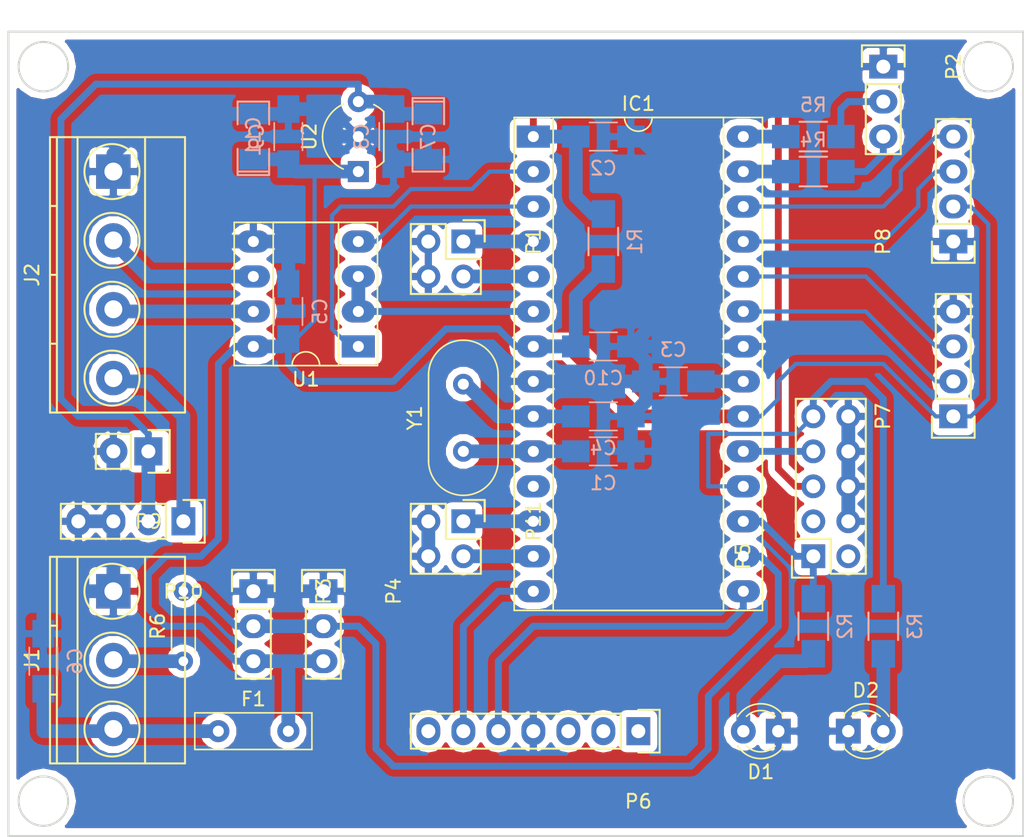
<source format=kicad_pcb>
(kicad_pcb (version 4) (host pcbnew 4.0.5)
  (layers (0 F.Cu signal) (31 B.Cu signal) (34 B.Paste user) (35 F.Paste user) (36 B.SilkS user) (37 F.SilkS user) (38 B.Mask user) (39 F.Mask user) (44 Edge.Cuts user))
  (net 0 "")
  (net 1 "Net-(C1-Pad1)")
  (net 2 GND)
  (net 3 /Reset)
  (net 4 "Net-(C3-Pad1)")
  (net 5 "Net-(C4-Pad1)")
  (net 6 +5V)
  (net 7 "Net-(C6-Pad1)")
  (net 8 +12V)
  (net 9 "Net-(D1-Pad2)")
  (net 10 "Net-(D2-Pad2)")
  (net 11 /OutB)
  (net 12 /Rx)
  (net 13 /1Wire)
  (net 14 /Tx)
  (net 15 /IO_Led)
  (net 16 "Net-(IC1-Pad4)")
  (net 17 /Fail_Led)
  (net 18 "Net-(IC1-Pad5)")
  (net 19 /SCK)
  (net 20 /TxE)
  (net 21 /Ai_Hall_A)
  (net 22 /Ai_Hall_B)
  (net 23 "Net-(IC1-Pad11)")
  (net 24 /Ai_I_Sense)
  (net 25 "Net-(IC1-Pad12)")
  (net 26 /Ai_Ext)
  (net 27 "Net-(IC1-Pad13)")
  (net 28 /LocalOpen)
  (net 29 /OutA)
  (net 30 /LocalClose)
  (net 31 "Net-(J1-Pad2)")
  (net 32 +24V)
  (net 33 "Net-(J2-Pad3)")
  (net 34 "Net-(J2-Pad2)")
  (net 35 "Net-(P2-Pad2)")
  (net 36 "Net-(P2-Pad3)")
  (net 37 "Net-(P5-Pad2)")
  (net 38 "Net-(P5-Pad3)")
  (net 39 "Net-(P6-Pad1)")
  (net 40 "Net-(P6-Pad2)")
  (net 41 "Net-(P6-Pad3)")
  (net 42 "Net-(P6-Pad7)")
  (module Capacitors_SMD:C_1206_HandSoldering (layer B.Cu) (at 238.76 116.84)
    (fp_text reference C1 (at 0 2.3) (layer B.SilkS) (effects (justify mirror)))
    (fp_text value 18pF)
    (pad 1 smd rect (at -2 0) (size 2 1.6) (layers B.Cu B.Paste B.Mask) (net 1 "Net-(C1-Pad1)"))
    (pad 2 smd rect (at 2 0) (size 2 1.6) (layers B.Cu B.Paste B.Mask) (net 2 GND))
  )
  (module Capacitors_SMD:C_1206_HandSoldering (layer B.Cu) (at 238.76 93.98)
    (fp_text reference C2 (at 0 2.3) (layer B.SilkS) (effects (justify mirror)))
    (fp_text value 1,0)
    (pad 1 smd rect (at -2 0) (size 2 1.6) (layers B.Cu B.Paste B.Mask) (net 3 /Reset))
    (pad 2 smd rect (at 2 0) (size 2 1.6) (layers B.Cu B.Paste B.Mask) (net 2 GND))
  )
  (module Capacitors_SMD:C_1206_HandSoldering (layer B.Cu) (at 243.84 111.76 180)
    (fp_text reference C3 (at 0 2.3 180) (layer B.SilkS) (effects (justify mirror)))
    (fp_text value 1,0)
    (pad 1 smd rect (at -2 0 180) (size 2 1.6) (layers B.Cu B.Paste B.Mask) (net 4 "Net-(C3-Pad1)"))
    (pad 2 smd rect (at 2 0 180) (size 2 1.6) (layers B.Cu B.Paste B.Mask) (net 2 GND))
  )
  (module Capacitors_SMD:C_1206_HandSoldering (layer B.Cu) (at 238.76 114.3)
    (fp_text reference C4 (at 0 2.3) (layer B.SilkS) (effects (justify mirror)))
    (fp_text value 18pF)
    (pad 1 smd rect (at -2 0) (size 2 1.6) (layers B.Cu B.Paste B.Mask) (net 5 "Net-(C4-Pad1)"))
    (pad 2 smd rect (at 2 0) (size 2 1.6) (layers B.Cu B.Paste B.Mask) (net 2 GND))
  )
  (module Capacitors_SMD:C_1206_HandSoldering (layer B.Cu) (at 215.9 106.68 90)
    (fp_text reference C5 (at 0 2.3 90) (layer B.SilkS) (effects (justify mirror)))
    (fp_text value 0,1)
    (pad 1 smd rect (at -2 0 90) (size 2 1.6) (layers B.Cu B.Paste B.Mask) (net 6 +5V))
    (pad 2 smd rect (at 2 0 90) (size 2 1.6) (layers B.Cu B.Paste B.Mask) (net 2 GND))
  )
  (module Capacitors_SMD:C_1206_HandSoldering (layer B.Cu) (at 198.12 132.08 90)
    (fp_text reference C6 (at 0 2.3 90) (layer B.SilkS) (effects (justify mirror)))
    (fp_text value 0,1)
    (pad 1 smd rect (at -2 0 90) (size 2 1.6) (layers B.Cu B.Paste B.Mask) (net 7 "Net-(C6-Pad1)"))
    (pad 2 smd rect (at 2 0 90) (size 2 1.6) (layers B.Cu B.Paste B.Mask) (net 2 GND))
  )
  (module SMD_Packages:SMD-1206_Pol (layer B.Cu) (at 226.06 93.98 270)
    (fp_text reference C7 (at 0 0 270) (layer B.SilkS) (effects (justify mirror)))
    (fp_text value 10,0)
    (pad 1 smd rect (at -1.651 0 270) (size 1.524 2.032) (layers B.Cu B.Paste B.Mask) (net 8 +12V))
    (pad 2 smd rect (at 1.651 0 270) (size 1.524 2.032) (layers B.Cu B.Paste B.Mask) (net 2 GND))
  )
  (module Capacitors_SMD:C_1206_HandSoldering (layer B.Cu) (at 223.52 93.98 270)
    (fp_text reference C8 (at 0 2.3 270) (layer B.SilkS) (effects (justify mirror)))
    (fp_text value 0,1)
    (pad 1 smd rect (at -2 0 270) (size 2 1.6) (layers B.Cu B.Paste B.Mask) (net 8 +12V))
    (pad 2 smd rect (at 2 0 270) (size 2 1.6) (layers B.Cu B.Paste B.Mask) (net 2 GND))
  )
  (module Capacitors_SMD:C_1206_HandSoldering (layer B.Cu) (at 215.9 93.98 270)
    (fp_text reference C9 (at 0 2.3 270) (layer B.SilkS) (effects (justify mirror)))
    (fp_text value 0,1)
    (pad 1 smd rect (at -2 0 270) (size 2 1.6) (layers B.Cu B.Paste B.Mask) (net 2 GND))
    (pad 2 smd rect (at 2 0 270) (size 2 1.6) (layers B.Cu B.Paste B.Mask) (net 6 +5V))
  )
  (module Capacitors_SMD:C_1206_HandSoldering (layer B.Cu) (at 238.76 109.22)
    (fp_text reference C10 (at 0 2.3) (layer B.SilkS) (effects (justify mirror)))
    (fp_text value 0,1)
    (pad 1 smd rect (at -2 0) (size 2 1.6) (layers B.Cu B.Paste B.Mask) (net 6 +5V))
    (pad 2 smd rect (at 2 0) (size 2 1.6) (layers B.Cu B.Paste B.Mask) (net 2 GND))
  )
  (module SMD_Packages:SMD-1206_Pol (layer B.Cu) (at 213.36 93.98 90)
    (fp_text reference C11 (at 0 0 90) (layer B.SilkS) (effects (justify mirror)))
    (fp_text value 10,0)
    (pad 1 smd rect (at -1.651 0 90) (size 1.524 2.032) (layers B.Cu B.Paste B.Mask) (net 6 +5V))
    (pad 2 smd rect (at 1.651 0 90) (size 1.524 2.032) (layers B.Cu B.Paste B.Mask) (net 2 GND))
  )
  (module LEDs:LED_D3.0mm (layer F.Cu) (at 251.46 137.16 180)
    (fp_text reference D1 (at 1.27 -2.96 180) (layer F.SilkS))
    (fp_text value LED)
    (pad 1 thru_hole rect (at 0 0 180) (size 1.8 1.8) (drill 0.9) (layers *.Cu *.Mask) (net 2 GND))
    (pad 2 thru_hole circle (at 2.54 0 180) (size 1.8 1.8) (drill 0.9) (layers *.Cu *.Mask) (net 9 "Net-(D1-Pad2)"))
  )
  (module LEDs:LED_D3.0mm (layer F.Cu) (at 256.54 137.16)
    (fp_text reference D2 (at 1.27 -2.96) (layer F.SilkS))
    (fp_text value LED)
    (pad 1 thru_hole rect (at 0 0) (size 1.8 1.8) (drill 0.9) (layers *.Cu *.Mask) (net 2 GND))
    (pad 2 thru_hole circle (at 2.54 0) (size 1.8 1.8) (drill 0.9) (layers *.Cu *.Mask) (net 10 "Net-(D2-Pad2)"))
  )
  (module Resistors_THT:R_Box_L8.4mm_W2.5mm_P5.08mm (layer F.Cu) (at 210.82 137.16)
    (fp_text reference F1 (at 2.54 -2.33) (layer F.SilkS))
    (fp_text value 0,1a)
    (pad 1 thru_hole circle (at 0 0) (size 1.6 1.6) (drill 0.8) (layers *.Cu *.Mask) (net 7 "Net-(C6-Pad1)"))
    (pad 2 thru_hole circle (at 5.08 0) (size 1.6 1.6) (drill 0.8) (layers *.Cu *.Mask) (net 6 +5V))
  )
  (module Housings_DIP:DIP-28_W15.24mm_Socket_LongPads (layer F.Cu) (at 233.68 93.98)
    (fp_text reference IC1 (at 7.62 -2.39) (layer F.SilkS))
    (fp_text value ATMEGA8-P)
    (pad 1 thru_hole rect (at 0 0) (size 2.4 1.6) (drill 0.8) (layers *.Cu *.Mask) (net 3 /Reset))
    (pad 15 thru_hole oval (at 15.24 33.02) (size 2.4 1.6) (drill 0.8) (layers *.Cu *.Mask) (net 11 /OutB))
    (pad 2 thru_hole oval (at 0 2.54) (size 2.4 1.6) (drill 0.8) (layers *.Cu *.Mask) (net 12 /Rx))
    (pad 16 thru_hole oval (at 15.24 30.48) (size 2.4 1.6) (drill 0.8) (layers *.Cu *.Mask) (net 13 /1Wire))
    (pad 3 thru_hole oval (at 0 5.08) (size 2.4 1.6) (drill 0.8) (layers *.Cu *.Mask) (net 14 /Tx))
    (pad 17 thru_hole oval (at 15.24 27.94) (size 2.4 1.6) (drill 0.8) (layers *.Cu *.Mask) (net 15 /IO_Led))
    (pad 4 thru_hole oval (at 0 7.62) (size 2.4 1.6) (drill 0.8) (layers *.Cu *.Mask) (net 16 "Net-(IC1-Pad4)"))
    (pad 18 thru_hole oval (at 15.24 25.4) (size 2.4 1.6) (drill 0.8) (layers *.Cu *.Mask) (net 17 /Fail_Led))
    (pad 5 thru_hole oval (at 0 10.16) (size 2.4 1.6) (drill 0.8) (layers *.Cu *.Mask) (net 18 "Net-(IC1-Pad5)"))
    (pad 19 thru_hole oval (at 15.24 22.86) (size 2.4 1.6) (drill 0.8) (layers *.Cu *.Mask) (net 19 /SCK))
    (pad 6 thru_hole oval (at 0 12.7) (size 2.4 1.6) (drill 0.8) (layers *.Cu *.Mask) (net 20 /TxE))
    (pad 20 thru_hole oval (at 15.24 20.32) (size 2.4 1.6) (drill 0.8) (layers *.Cu *.Mask) (net 6 +5V))
    (pad 7 thru_hole oval (at 0 15.24) (size 2.4 1.6) (drill 0.8) (layers *.Cu *.Mask) (net 6 +5V))
    (pad 21 thru_hole oval (at 15.24 17.78) (size 2.4 1.6) (drill 0.8) (layers *.Cu *.Mask) (net 4 "Net-(C3-Pad1)"))
    (pad 8 thru_hole oval (at 0 17.78) (size 2.4 1.6) (drill 0.8) (layers *.Cu *.Mask) (net 2 GND))
    (pad 22 thru_hole oval (at 15.24 15.24) (size 2.4 1.6) (drill 0.8) (layers *.Cu *.Mask) (net 2 GND))
    (pad 9 thru_hole oval (at 0 20.32) (size 2.4 1.6) (drill 0.8) (layers *.Cu *.Mask) (net 5 "Net-(C4-Pad1)"))
    (pad 23 thru_hole oval (at 15.24 12.7) (size 2.4 1.6) (drill 0.8) (layers *.Cu *.Mask) (net 21 /Ai_Hall_A))
    (pad 10 thru_hole oval (at 0 22.86) (size 2.4 1.6) (drill 0.8) (layers *.Cu *.Mask) (net 1 "Net-(C1-Pad1)"))
    (pad 24 thru_hole oval (at 15.24 10.16) (size 2.4 1.6) (drill 0.8) (layers *.Cu *.Mask) (net 22 /Ai_Hall_B))
    (pad 11 thru_hole oval (at 0 25.4) (size 2.4 1.6) (drill 0.8) (layers *.Cu *.Mask) (net 23 "Net-(IC1-Pad11)"))
    (pad 25 thru_hole oval (at 15.24 7.62) (size 2.4 1.6) (drill 0.8) (layers *.Cu *.Mask) (net 24 /Ai_I_Sense))
    (pad 12 thru_hole oval (at 0 27.94) (size 2.4 1.6) (drill 0.8) (layers *.Cu *.Mask) (net 25 "Net-(IC1-Pad12)"))
    (pad 26 thru_hole oval (at 15.24 5.08) (size 2.4 1.6) (drill 0.8) (layers *.Cu *.Mask) (net 26 /Ai_Ext))
    (pad 13 thru_hole oval (at 0 30.48) (size 2.4 1.6) (drill 0.8) (layers *.Cu *.Mask) (net 27 "Net-(IC1-Pad13)"))
    (pad 27 thru_hole oval (at 15.24 2.54) (size 2.4 1.6) (drill 0.8) (layers *.Cu *.Mask) (net 28 /LocalOpen))
    (pad 14 thru_hole oval (at 0 33.02) (size 2.4 1.6) (drill 0.8) (layers *.Cu *.Mask) (net 29 /OutA))
    (pad 28 thru_hole oval (at 15.24 0) (size 2.4 1.6) (drill 0.8) (layers *.Cu *.Mask) (net 30 /LocalClose))
  )
  (module Connectors_Terminal_Blocks:TerminalBlock_Pheonix_MKDS1.5-3pol (layer F.Cu) (at 203.2 127 270)
    (fp_text reference J1 (at 5 5.9 270) (layer F.SilkS))
    (fp_text value 1Wire)
    (pad 3 thru_hole circle (at 10 0 270) (size 2.5 2.5) (drill 1.3) (layers *.Cu *.Mask) (net 7 "Net-(C6-Pad1)"))
    (pad 1 thru_hole rect (at 0 0 270) (size 2.5 2.5) (drill 1.3) (layers *.Cu *.Mask) (net 2 GND))
    (pad 2 thru_hole circle (at 5 0 270) (size 2.5 2.5) (drill 1.3) (layers *.Cu *.Mask) (net 31 "Net-(J1-Pad2)"))
  )
  (module Connectors_Terminal_Blocks:TerminalBlock_Pheonix_MKDS1.5-4pol (layer F.Cu) (at 203.2 96.52 270)
    (fp_text reference J2 (at 7.5 5.9 270) (layer F.SilkS))
    (fp_text value RS485)
    (pad 4 thru_hole circle (at 15 0 270) (size 2.5 2.5) (drill 1.3) (layers *.Cu *.Mask) (net 32 +24V))
    (pad 3 thru_hole circle (at 10 0 270) (size 2.5 2.5) (drill 1.3) (layers *.Cu *.Mask) (net 33 "Net-(J2-Pad3)"))
    (pad 1 thru_hole rect (at 0 0 270) (size 2.5 2.5) (drill 1.3) (layers *.Cu *.Mask) (net 2 GND))
    (pad 2 thru_hole circle (at 5 0 270) (size 2.5 2.5) (drill 1.3) (layers *.Cu *.Mask) (net 34 "Net-(J2-Pad2)"))
  )
  (module Socket_Strips:Socket_Strip_Straight_1x03 (layer F.Cu) (at 259.08 88.9 270)
    (fp_text reference P2 (at 0 -5.1 270) (layer F.SilkS))
    (fp_text value LocalControl)
    (pad 1 thru_hole rect (at 0 0 270) (size 1.7272 2.032) (drill 1.016) (layers *.Cu *.Mask) (net 2 GND))
    (pad 2 thru_hole oval (at 2.54 0 270) (size 1.7272 2.032) (drill 1.016) (layers *.Cu *.Mask) (net 35 "Net-(P2-Pad2)"))
    (pad 3 thru_hole oval (at 5.08 0 270) (size 1.7272 2.032) (drill 1.016) (layers *.Cu *.Mask) (net 36 "Net-(P2-Pad3)"))
  )
  (module Socket_Strips:Socket_Strip_Straight_1x03 (layer F.Cu) (at 213.36 127 270)
    (fp_text reference P3 (at 0 -5.1 270) (layer F.SilkS))
    (fp_text value DS2401)
    (pad 1 thru_hole rect (at 0 0 270) (size 1.7272 2.032) (drill 1.016) (layers *.Cu *.Mask) (net 2 GND))
    (pad 2 thru_hole oval (at 2.54 0 270) (size 1.7272 2.032) (drill 1.016) (layers *.Cu *.Mask) (net 13 /1Wire))
    (pad 3 thru_hole oval (at 5.08 0 270) (size 1.7272 2.032) (drill 1.016) (layers *.Cu *.Mask) (net 6 +5V))
  )
  (module Socket_Strips:Socket_Strip_Straight_1x03 (layer F.Cu) (at 218.44 127 270)
    (fp_text reference P4 (at 0 -5.1 270) (layer F.SilkS))
    (fp_text value DS18B20)
    (pad 1 thru_hole rect (at 0 0 270) (size 1.7272 2.032) (drill 1.016) (layers *.Cu *.Mask) (net 2 GND))
    (pad 2 thru_hole oval (at 2.54 0 270) (size 1.7272 2.032) (drill 1.016) (layers *.Cu *.Mask) (net 13 /1Wire))
    (pad 3 thru_hole oval (at 5.08 0 270) (size 1.7272 2.032) (drill 1.016) (layers *.Cu *.Mask) (net 6 +5V))
  )
  (module Socket_Strips:Socket_Strip_Straight_2x05 (layer F.Cu) (at 254 124.46 90)
    (fp_text reference P5 (at 0 -5.1 90) (layer F.SilkS))
    (fp_text value ISP)
    (pad 1 thru_hole rect (at 0 0 90) (size 1.7272 1.7272) (drill 1.016) (layers *.Cu *.Mask) (net 15 /IO_Led))
    (pad 2 thru_hole oval (at 0 2.54 90) (size 1.7272 1.7272) (drill 1.016) (layers *.Cu *.Mask) (net 37 "Net-(P5-Pad2)"))
    (pad 3 thru_hole oval (at 2.54 0 90) (size 1.7272 1.7272) (drill 1.016) (layers *.Cu *.Mask) (net 38 "Net-(P5-Pad3)"))
    (pad 4 thru_hole oval (at 2.54 2.54 90) (size 1.7272 1.7272) (drill 1.016) (layers *.Cu *.Mask) (net 2 GND))
    (pad 5 thru_hole oval (at 5.08 0 90) (size 1.7272 1.7272) (drill 1.016) (layers *.Cu *.Mask) (net 3 /Reset))
    (pad 6 thru_hole oval (at 5.08 2.54 90) (size 1.7272 1.7272) (drill 1.016) (layers *.Cu *.Mask) (net 2 GND))
    (pad 7 thru_hole oval (at 7.62 0 90) (size 1.7272 1.7272) (drill 1.016) (layers *.Cu *.Mask) (net 19 /SCK))
    (pad 8 thru_hole oval (at 7.62 2.54 90) (size 1.7272 1.7272) (drill 1.016) (layers *.Cu *.Mask) (net 2 GND))
    (pad 9 thru_hole oval (at 10.16 0 90) (size 1.7272 1.7272) (drill 1.016) (layers *.Cu *.Mask) (net 17 /Fail_Led))
    (pad 10 thru_hole oval (at 10.16 2.54 90) (size 1.7272 1.7272) (drill 1.016) (layers *.Cu *.Mask) (net 2 GND))
  )
  (module Socket_Strips:Socket_Strip_Straight_1x07 (layer F.Cu) (at 241.3 137.16 180)
    (fp_text reference P6 (at 0 -5.1 180) (layer F.SilkS))
    (fp_text value MotorControl)
    (pad 1 thru_hole rect (at 0 0 180) (size 1.7272 2.032) (drill 1.016) (layers *.Cu *.Mask) (net 39 "Net-(P6-Pad1)"))
    (pad 2 thru_hole oval (at 2.54 0 180) (size 1.7272 2.032) (drill 1.016) (layers *.Cu *.Mask) (net 40 "Net-(P6-Pad2)"))
    (pad 3 thru_hole oval (at 5.08 0 180) (size 1.7272 2.032) (drill 1.016) (layers *.Cu *.Mask) (net 41 "Net-(P6-Pad3)"))
    (pad 4 thru_hole oval (at 7.62 0 180) (size 1.7272 2.032) (drill 1.016) (layers *.Cu *.Mask) (net 2 GND))
    (pad 5 thru_hole oval (at 10.16 0 180) (size 1.7272 2.032) (drill 1.016) (layers *.Cu *.Mask) (net 11 /OutB))
    (pad 6 thru_hole oval (at 12.7 0 180) (size 1.7272 2.032) (drill 1.016) (layers *.Cu *.Mask) (net 29 /OutA))
    (pad 7 thru_hole oval (at 15.24 0 180) (size 1.7272 2.032) (drill 1.016) (layers *.Cu *.Mask) (net 42 "Net-(P6-Pad7)"))
  )
  (module Socket_Strips:Socket_Strip_Straight_1x04 (layer F.Cu) (at 264.16 114.3 90)
    (fp_text reference P7 (at 0 -5.1 90) (layer F.SilkS))
    (fp_text value HallSens)
    (pad 1 thru_hole rect (at 0 0 90) (size 1.7272 2.032) (drill 1.016) (layers *.Cu *.Mask) (net 6 +5V))
    (pad 2 thru_hole oval (at 2.54 0 90) (size 1.7272 2.032) (drill 1.016) (layers *.Cu *.Mask) (net 21 /Ai_Hall_A))
    (pad 3 thru_hole oval (at 5.08 0 90) (size 1.7272 2.032) (drill 1.016) (layers *.Cu *.Mask) (net 22 /Ai_Hall_B))
    (pad 4 thru_hole oval (at 7.62 0 90) (size 1.7272 2.032) (drill 1.016) (layers *.Cu *.Mask) (net 2 GND))
  )
  (module Socket_Strips:Socket_Strip_Straight_1x04 (layer F.Cu) (at 264.16 101.6 90)
    (fp_text reference P8 (at 0 -5.1 90) (layer F.SilkS))
    (fp_text value MotorSense)
    (pad 1 thru_hole rect (at 0 0 90) (size 1.7272 2.032) (drill 1.016) (layers *.Cu *.Mask) (net 2 GND))
    (pad 2 thru_hole oval (at 2.54 0 90) (size 1.7272 2.032) (drill 1.016) (layers *.Cu *.Mask) (net 6 +5V))
    (pad 3 thru_hole oval (at 5.08 0 90) (size 1.7272 2.032) (drill 1.016) (layers *.Cu *.Mask) (net 24 /Ai_I_Sense))
    (pad 4 thru_hole oval (at 7.62 0 90) (size 1.7272 2.032) (drill 1.016) (layers *.Cu *.Mask) (net 26 /Ai_Ext))
  )
  (module Socket_Strips:Socket_Strip_Straight_1x02 (layer F.Cu) (at 205.74 116.84 180)
    (fp_text reference P9 (at 0 -5.1 180) (layer F.SilkS))
    (fp_text value Motor+12)
    (pad 1 thru_hole rect (at 0 0 180) (size 2.032 2.032) (drill 1.016) (layers *.Cu *.Mask) (net 8 +12V))
    (pad 2 thru_hole oval (at 2.54 0 180) (size 2.032 2.032) (drill 1.016) (layers *.Cu *.Mask) (net 2 GND))
  )
  (module Socket_Strips:Socket_Strip_Straight_1x04 (layer F.Cu) (at 208.28 121.92 180)
    (fp_text reference P10 (at 0 -5.1 180) (layer F.SilkS))
    (fp_text value Reg12V)
    (pad 1 thru_hole rect (at 0 0 180) (size 1.7272 2.032) (drill 1.016) (layers *.Cu *.Mask) (net 32 +24V))
    (pad 2 thru_hole oval (at 2.54 0 180) (size 1.7272 2.032) (drill 1.016) (layers *.Cu *.Mask) (net 8 +12V))
    (pad 3 thru_hole oval (at 5.08 0 180) (size 1.7272 2.032) (drill 1.016) (layers *.Cu *.Mask) (net 2 GND))
    (pad 4 thru_hole oval (at 7.62 0 180) (size 1.7272 2.032) (drill 1.016) (layers *.Cu *.Mask) (net 2 GND))
  )
  (module Resistors_SMD:R_1206_HandSoldering (layer B.Cu) (at 238.76 101.6 90)
    (fp_text reference R1 (at 0 2.3 90) (layer B.SilkS) (effects (justify mirror)))
    (fp_text value 1k)
    (pad 1 smd rect (at -2 0 90) (size 2 1.7) (layers B.Cu B.Paste B.Mask) (net 6 +5V))
    (pad 2 smd rect (at 2 0 90) (size 2 1.7) (layers B.Cu B.Paste B.Mask) (net 3 /Reset))
  )
  (module Resistors_SMD:R_1206_HandSoldering (layer B.Cu) (at 254 129.54 90)
    (fp_text reference R2 (at 0 2.3 90) (layer B.SilkS) (effects (justify mirror)))
    (fp_text value 2,2k)
    (pad 1 smd rect (at -2 0 90) (size 2 1.7) (layers B.Cu B.Paste B.Mask) (net 9 "Net-(D1-Pad2)"))
    (pad 2 smd rect (at 2 0 90) (size 2 1.7) (layers B.Cu B.Paste B.Mask) (net 15 /IO_Led))
  )
  (module Resistors_SMD:R_1206_HandSoldering (layer B.Cu) (at 259.08 129.54 90)
    (fp_text reference R3 (at 0 2.3 90) (layer B.SilkS) (effects (justify mirror)))
    (fp_text value 2,2k)
    (pad 1 smd rect (at -2 0 90) (size 2 1.7) (layers B.Cu B.Paste B.Mask) (net 10 "Net-(D2-Pad2)"))
    (pad 2 smd rect (at 2 0 90) (size 2 1.7) (layers B.Cu B.Paste B.Mask) (net 17 /Fail_Led))
  )
  (module Resistors_SMD:R_1206_HandSoldering (layer B.Cu) (at 254 96.52 180)
    (fp_text reference R4 (at 0 2.3 180) (layer B.SilkS) (effects (justify mirror)))
    (fp_text value 1k)
    (pad 1 smd rect (at -2 0 180) (size 2 1.7) (layers B.Cu B.Paste B.Mask) (net 36 "Net-(P2-Pad3)"))
    (pad 2 smd rect (at 2 0 180) (size 2 1.7) (layers B.Cu B.Paste B.Mask) (net 28 /LocalOpen))
  )
  (module Resistors_SMD:R_1206_HandSoldering (layer B.Cu) (at 254 93.98 180)
    (fp_text reference R5 (at 0 2.3 180) (layer B.SilkS) (effects (justify mirror)))
    (fp_text value 1k)
    (pad 1 smd rect (at -2 0 180) (size 2 1.7) (layers B.Cu B.Paste B.Mask) (net 35 "Net-(P2-Pad2)"))
    (pad 2 smd rect (at 2 0 180) (size 2 1.7) (layers B.Cu B.Paste B.Mask) (net 30 /LocalClose))
  )
  (module Resistors_THT:R_Axial_DIN0204_L3.6mm_D1.6mm_P5.08mm_Horizontal (layer F.Cu) (at 208.28 132.08 90)
    (fp_text reference R6 (at 2.54 -1.86 90) (layer F.SilkS))
    (fp_text value 100)
    (pad 1 thru_hole circle (at 0 0 90) (size 1.4 1.4) (drill 0.7) (layers *.Cu *.Mask) (net 31 "Net-(J1-Pad2)"))
    (pad 2 thru_hole oval (at 5.08 0 90) (size 1.4 1.4) (drill 0.7) (layers *.Cu *.Mask) (net 13 /1Wire))
  )
  (module Housings_DIP:DIP-8_W7.62mm_Socket_LongPads (layer F.Cu) (at 220.98 109.22 180)
    (fp_text reference U1 (at 3.81 -2.39 180) (layer F.SilkS))
    (fp_text value ST485)
    (pad 1 thru_hole rect (at 0 0 180) (size 2.4 1.6) (drill 0.8) (layers *.Cu *.Mask) (net 12 /Rx))
    (pad 5 thru_hole oval (at 7.62 7.62 180) (size 2.4 1.6) (drill 0.8) (layers *.Cu *.Mask) (net 2 GND))
    (pad 2 thru_hole oval (at 0 2.54 180) (size 2.4 1.6) (drill 0.8) (layers *.Cu *.Mask) (net 20 /TxE))
    (pad 6 thru_hole oval (at 7.62 5.08 180) (size 2.4 1.6) (drill 0.8) (layers *.Cu *.Mask) (net 34 "Net-(J2-Pad2)"))
    (pad 3 thru_hole oval (at 0 5.08 180) (size 2.4 1.6) (drill 0.8) (layers *.Cu *.Mask) (net 20 /TxE))
    (pad 7 thru_hole oval (at 7.62 2.54 180) (size 2.4 1.6) (drill 0.8) (layers *.Cu *.Mask) (net 33 "Net-(J2-Pad3)"))
    (pad 4 thru_hole oval (at 0 7.62 180) (size 2.4 1.6) (drill 0.8) (layers *.Cu *.Mask) (net 14 /Tx))
    (pad 8 thru_hole oval (at 7.62 0 180) (size 2.4 1.6) (drill 0.8) (layers *.Cu *.Mask) (net 6 +5V))
  )
  (module TO_SOT_Packages_THT:TO-92_Inline_Wide (layer F.Cu) (at 220.98 96.52 90)
    (fp_text reference U2 (at 2.54 -3.556 270) (layer F.SilkS))
    (fp_text value LM78L05ACZ)
    (pad 2 thru_hole circle (at 2.54 0 180) (size 1.524 1.524) (drill 0.8) (layers *.Cu *.Mask) (net 2 GND))
    (pad 3 thru_hole circle (at 5.08 0 180) (size 1.524 1.524) (drill 0.8) (layers *.Cu *.Mask) (net 8 +12V))
    (pad 1 thru_hole rect (at 0 0 180) (size 1.524 1.524) (drill 0.8) (layers *.Cu *.Mask) (net 6 +5V))
  )
  (module Crystals:Crystal_HC49-U_Vertical (layer F.Cu) (at 228.6 116.84 90)
    (fp_text reference Y1 (at 2.44 -3.525 90) (layer F.SilkS))
    (fp_text value 16MHz)
    (pad 1 thru_hole circle (at 0 0 90) (size 1.5 1.5) (drill 0.8) (layers *.Cu *.Mask) (net 1 "Net-(C1-Pad1)"))
    (pad 2 thru_hole circle (at 4.88 0 90) (size 1.5 1.5) (drill 0.8) (layers *.Cu *.Mask) (net 5 "Net-(C4-Pad1)"))
  )
  (module Socket_Strips:Socket_Strip_Straight_2x02 (layer F.Cu) (at 228.6 121.92 270)
    (fp_text reference P11 (at 0 -5.1 270) (layer F.SilkS))
    (fp_text value ModbusAddrH)
    (pad 1 thru_hole rect (at 0 0 270) (size 1.7272 1.7272) (drill 1.016) (layers *.Cu *.Mask) (net 25 "Net-(IC1-Pad12)"))
    (pad 2 thru_hole oval (at 0 2.54 270) (size 1.7272 1.7272) (drill 1.016) (layers *.Cu *.Mask) (net 2 GND))
    (pad 3 thru_hole oval (at 2.54 0 270) (size 1.7272 1.7272) (drill 1.016) (layers *.Cu *.Mask) (net 27 "Net-(IC1-Pad13)"))
    (pad 4 thru_hole oval (at 2.54 2.54 270) (size 1.7272 1.7272) (drill 1.016) (layers *.Cu *.Mask) (net 2 GND))
  )
  (module Socket_Strips:Socket_Strip_Straight_2x02 (layer F.Cu) (at 228.6 101.6 270)
    (fp_text reference P1 (at 0 -5.1 270) (layer F.SilkS))
    (fp_text value ModbusAddrL)
    (pad 1 thru_hole rect (at 0 0 270) (size 1.7272 1.7272) (drill 1.016) (layers *.Cu *.Mask) (net 16 "Net-(IC1-Pad4)"))
    (pad 2 thru_hole oval (at 0 2.54 270) (size 1.7272 1.7272) (drill 1.016) (layers *.Cu *.Mask) (net 2 GND))
    (pad 3 thru_hole oval (at 2.54 0 270) (size 1.7272 1.7272) (drill 1.016) (layers *.Cu *.Mask) (net 18 "Net-(IC1-Pad5)"))
    (pad 4 thru_hole oval (at 2.54 2.54 270) (size 1.7272 1.7272) (drill 1.016) (layers *.Cu *.Mask) (net 2 GND))
  )
  (gr_circle (center 198.12 142.24) (end 196.85 143.51) (layer Edge.Cuts) (width 0.15))
  (gr_circle (center 266.7 142.24) (end 267.97 140.97) (layer Edge.Cuts) (width 0.15))
  (gr_circle (center 266.7 88.9) (end 267.97 87.63) (layer Edge.Cuts) (width 0.15))
  (gr_circle (center 198.12 88.9) (end 199.39 87.63) (layer Edge.Cuts) (width 0.15))
  (gr_line (start 269.24 86.36) (end 195.58 86.36) (angle 90) (layer Edge.Cuts) (width 0.15))
  (gr_line (start 269.24 144.78) (end 269.24 86.36) (angle 90) (layer Edge.Cuts) (width 0.15))
  (gr_line (start 195.58 144.78) (end 269.24 144.78) (angle 90) (layer Edge.Cuts) (width 0.15))
  (gr_line (start 195.58 86.36) (end 195.58 144.78) (angle 90) (layer Edge.Cuts) (width 0.15))
  (segment (start 236.76 116.84) (end 233.68 116.84) (width 1) (layer B.Cu) (net 1))
  (segment (start 233.68 116.84) (end 228.6 116.84) (width 1) (layer B.Cu) (net 1))
  (segment (start 233.68 111.76) (end 241.84 111.76) (width 1) (layer B.Cu) (net 2))
  (segment (start 240.76 116.84) (end 240.76 114.3) (width 1) (layer B.Cu) (net 2))
  (segment (start 240.76 114.3) (end 241.84 113.22) (width 1) (layer B.Cu) (net 2))
  (segment (start 241.84 113.22) (end 241.84 110.3) (width 1) (layer B.Cu) (net 2))
  (segment (start 241.84 110.3) (end 240.76 109.22) (width 1) (layer B.Cu) (net 2))
  (segment (start 240.76 93.98) (end 241.3 93.98) (width 1) (layer B.Cu) (net 2))
  (segment (start 241.3 93.98) (end 242.57 95.25) (width 1) (layer B.Cu) (net 2))
  (segment (start 242.57 95.25) (end 242.57 107.41) (width 1) (layer B.Cu) (net 2))
  (segment (start 242.57 107.41) (end 240.76 109.22) (width 1) (layer B.Cu) (net 2))
  (segment (start 248.92 109.22) (end 240.76 109.22) (width 1) (layer B.Cu) (net 2))
  (segment (start 256.54 121.92) (end 256.54 119.38) (width 1) (layer B.Cu) (net 2))
  (segment (start 256.54 119.38) (end 256.54 116.84) (width 1) (layer B.Cu) (net 2))
  (segment (start 256.54 116.84) (end 256.54 114.3) (width 1) (layer B.Cu) (net 2))
  (segment (start 226.06 124.46) (end 226.06 121.92) (width 1) (layer B.Cu) (net 2))
  (segment (start 203.2 127) (end 203.2 124.46) (width 1) (layer B.Cu) (net 2))
  (segment (start 203.2 124.46) (end 203.2 121.92) (width 1) (layer B.Cu) (net 2))
  (segment (start 213.36 127) (end 218.44 127) (width 1) (layer B.Cu) (net 2))
  (segment (start 213.36 101.6) (end 210.82 101.6) (width 1) (layer B.Cu) (net 2))
  (segment (start 207.01 97.79) (end 207.01 92.329) (width 1) (layer B.Cu) (net 2))
  (segment (start 210.82 101.6) (end 207.01 97.79) (width 1) (layer B.Cu) (net 2))
  (segment (start 203.2 96.52) (end 203.2 95.25) (width 1) (layer B.Cu) (net 2))
  (segment (start 203.2 95.25) (end 206.121 92.329) (width 1) (layer B.Cu) (net 2))
  (segment (start 206.121 92.329) (end 207.01 92.329) (width 1) (layer B.Cu) (net 2))
  (segment (start 207.01 92.329) (end 213.36 92.329) (width 1) (layer B.Cu) (net 2))
  (segment (start 213.36 92.329) (end 215.551 92.329) (width 1) (layer B.Cu) (net 2))
  (segment (start 215.551 92.329) (end 215.9 91.98) (width 1) (layer B.Cu) (net 2))
  (segment (start 220.98 93.98) (end 219.71 93.98) (width 1) (layer B.Cu) (net 2))
  (segment (start 217.71 91.98) (end 215.9 91.98) (width 1) (layer B.Cu) (net 2))
  (segment (start 219.71 93.98) (end 217.71 91.98) (width 1) (layer B.Cu) (net 2))
  (segment (start 226.06 95.631) (end 223.869 95.631) (width 1) (layer B.Cu) (net 2))
  (segment (start 223.869 95.631) (end 223.52 95.98) (width 1) (layer B.Cu) (net 2))
  (segment (start 220.98 93.98) (end 222.25 93.98) (width 1) (layer B.Cu) (net 2))
  (segment (start 222.25 93.98) (end 223.52 95.25) (width 1) (layer B.Cu) (net 2))
  (segment (start 223.52 95.25) (end 223.52 95.98) (width 1) (layer B.Cu) (net 2))
  (segment (start 215.9 104.68) (end 215.9 101.6) (width 1) (layer B.Cu) (net 2))
  (segment (start 215.9 101.6) (end 213.36 101.6) (width 1) (layer B.Cu) (net 2))
  (segment (start 198.12 130.08) (end 198.12 127) (width 1) (layer B.Cu) (net 2))
  (segment (start 198.12 127) (end 203.2 127) (width 1) (layer B.Cu) (net 2))
  (segment (start 200.66 121.92) (end 203.2 121.92) (width 1) (layer B.Cu) (net 2))
  (segment (start 203.2 121.92) (end 203.2 116.84) (width 1) (layer B.Cu) (net 2))
  (segment (start 254 119.38) (end 252.73 119.38) (width 0.5) (layer F.Cu) (net 3))
  (segment (start 233.68 91.44) (end 233.68 93.98) (width 0.5) (layer F.Cu) (net 3))
  (segment (start 234.95 90.17) (end 233.68 91.44) (width 0.5) (layer F.Cu) (net 3))
  (segment (start 250.19 90.17) (end 234.95 90.17) (width 0.5) (layer F.Cu) (net 3))
  (segment (start 251.46 91.44) (end 250.19 90.17) (width 0.5) (layer F.Cu) (net 3))
  (segment (start 251.46 118.11) (end 251.46 91.44) (width 0.5) (layer F.Cu) (net 3))
  (segment (start 252.73 119.38) (end 251.46 118.11) (width 0.5) (layer F.Cu) (net 3))
  (segment (start 238.76 99.6) (end 238.03 99.6) (width 1) (layer B.Cu) (net 3))
  (segment (start 238.03 99.6) (end 236.76 98.33) (width 1) (layer B.Cu) (net 3))
  (segment (start 236.76 98.33) (end 236.76 93.98) (width 1) (layer B.Cu) (net 3))
  (segment (start 233.68 93.98) (end 236.76 93.98) (width 1) (layer B.Cu) (net 3))
  (segment (start 248.92 111.76) (end 245.84 111.76) (width 1) (layer B.Cu) (net 4))
  (segment (start 236.76 114.3) (end 233.68 114.3) (width 1) (layer B.Cu) (net 5))
  (segment (start 233.68 114.3) (end 231.14 114.3) (width 1) (layer B.Cu) (net 5))
  (segment (start 231.14 114.3) (end 228.8 111.96) (width 1) (layer B.Cu) (net 5))
  (segment (start 228.8 111.96) (end 228.6 111.96) (width 1) (layer B.Cu) (net 5))
  (segment (start 248.92 114.3) (end 241.3 114.3) (width 1) (layer F.Cu) (net 6))
  (segment (start 236.22 109.22) (end 233.68 109.22) (width 1) (layer F.Cu) (net 6))
  (segment (start 241.3 114.3) (end 236.22 109.22) (width 1) (layer F.Cu) (net 6))
  (segment (start 215.9 108.68) (end 216.44 108.68) (width 0.3) (layer B.Cu) (net 6))
  (segment (start 216.44 108.68) (end 217.805 107.315) (width 0.3) (layer B.Cu) (net 6))
  (segment (start 217.805 107.315) (end 217.805 96.52) (width 0.3) (layer B.Cu) (net 6))
  (segment (start 233.68 109.22) (end 232.41 109.22) (width 0.5) (layer B.Cu) (net 6))
  (segment (start 232.41 109.22) (end 231.14 107.95) (width 0.5) (layer B.Cu) (net 6))
  (segment (start 231.14 107.95) (end 227.33 107.95) (width 0.5) (layer B.Cu) (net 6))
  (segment (start 227.33 107.95) (end 223.52 111.76) (width 0.5) (layer B.Cu) (net 6))
  (segment (start 223.52 111.76) (end 217.17 111.76) (width 0.5) (layer B.Cu) (net 6))
  (segment (start 217.17 111.76) (end 215.9 110.49) (width 0.5) (layer B.Cu) (net 6))
  (segment (start 215.9 110.49) (end 215.9 108.68) (width 0.5) (layer B.Cu) (net 6))
  (segment (start 264.16 114.3) (end 265.43 114.3) (width 0.3) (layer B.Cu) (net 6))
  (segment (start 265.43 99.06) (end 264.16 99.06) (width 0.3) (layer B.Cu) (net 6))
  (segment (start 266.7 100.33) (end 265.43 99.06) (width 0.3) (layer B.Cu) (net 6))
  (segment (start 266.7 113.03) (end 266.7 100.33) (width 0.3) (layer B.Cu) (net 6))
  (segment (start 265.43 114.3) (end 266.7 113.03) (width 0.3) (layer B.Cu) (net 6))
  (segment (start 248.92 114.3) (end 250.19 114.3) (width 0.3) (layer B.Cu) (net 6))
  (segment (start 262.89 114.3) (end 264.16 114.3) (width 0.3) (layer B.Cu) (net 6))
  (segment (start 259.08 110.49) (end 262.89 114.3) (width 0.3) (layer B.Cu) (net 6))
  (segment (start 252.73 110.49) (end 259.08 110.49) (width 0.3) (layer B.Cu) (net 6))
  (segment (start 251.46 111.76) (end 252.73 110.49) (width 0.3) (layer B.Cu) (net 6))
  (segment (start 251.46 113.03) (end 251.46 111.76) (width 0.3) (layer B.Cu) (net 6))
  (segment (start 250.19 114.3) (end 251.46 113.03) (width 0.3) (layer B.Cu) (net 6))
  (segment (start 213.36 132.08) (end 212.09 132.08) (width 0.5) (layer B.Cu) (net 6))
  (segment (start 212.09 109.22) (end 213.36 109.22) (width 0.5) (layer B.Cu) (net 6))
  (segment (start 210.82 110.49) (end 212.09 109.22) (width 0.5) (layer B.Cu) (net 6))
  (segment (start 210.82 123.19) (end 210.82 110.49) (width 0.5) (layer B.Cu) (net 6))
  (segment (start 209.55 124.46) (end 210.82 123.19) (width 0.5) (layer B.Cu) (net 6))
  (segment (start 207.01 124.46) (end 209.55 124.46) (width 0.5) (layer B.Cu) (net 6))
  (segment (start 205.74 125.73) (end 207.01 124.46) (width 0.5) (layer B.Cu) (net 6))
  (segment (start 205.74 128.27) (end 205.74 125.73) (width 0.5) (layer B.Cu) (net 6))
  (segment (start 207.01 129.54) (end 205.74 128.27) (width 0.5) (layer B.Cu) (net 6))
  (segment (start 209.55 129.54) (end 207.01 129.54) (width 0.5) (layer B.Cu) (net 6))
  (segment (start 212.09 132.08) (end 209.55 129.54) (width 0.5) (layer B.Cu) (net 6))
  (segment (start 213.36 95.631) (end 215.551 95.631) (width 1) (layer B.Cu) (net 6))
  (segment (start 215.551 95.631) (end 215.9 95.98) (width 1) (layer B.Cu) (net 6))
  (segment (start 218.44 96.52) (end 217.805 96.52) (width 1) (layer B.Cu) (net 6))
  (segment (start 217.805 96.52) (end 216.44 96.52) (width 1) (layer B.Cu) (net 6))
  (segment (start 216.44 96.52) (end 215.9 95.98) (width 1) (layer B.Cu) (net 6))
  (segment (start 218.44 96.52) (end 220.98 96.52) (width 1) (layer B.Cu) (net 6))
  (segment (start 236.76 109.22) (end 236.76 105.6) (width 1) (layer B.Cu) (net 6))
  (segment (start 236.76 105.6) (end 238.76 103.6) (width 1) (layer B.Cu) (net 6))
  (segment (start 236.76 109.22) (end 233.68 109.22) (width 1) (layer B.Cu) (net 6))
  (segment (start 213.36 109.22) (end 215.36 109.22) (width 1) (layer B.Cu) (net 6))
  (segment (start 215.36 109.22) (end 215.9 108.68) (width 1) (layer B.Cu) (net 6))
  (segment (start 215.9 137.16) (end 215.9 132.08) (width 1) (layer B.Cu) (net 6))
  (segment (start 213.36 132.08) (end 215.9 132.08) (width 1) (layer B.Cu) (net 6))
  (segment (start 215.9 132.08) (end 218.44 132.08) (width 1) (layer B.Cu) (net 6))
  (segment (start 210.82 137.16) (end 203.36 137.16) (width 1) (layer B.Cu) (net 7))
  (segment (start 203.36 137.16) (end 198.12 137.16) (width 1) (layer B.Cu) (net 7))
  (segment (start 198.12 137.16) (end 198.12 134.08) (width 1) (layer B.Cu) (net 7))
  (segment (start 199.39 92.71) (end 201.93 90.17) (width 0.5) (layer B.Cu) (net 8))
  (segment (start 205.74 116.84) (end 205.74 115.57) (width 0.5) (layer B.Cu) (net 8))
  (segment (start 220.98 90.17) (end 220.98 91.44) (width 0.5) (layer B.Cu) (net 8))
  (segment (start 201.93 90.17) (end 220.98 90.17) (width 0.5) (layer B.Cu) (net 8))
  (segment (start 199.39 113.03) (end 199.39 92.71) (width 0.5) (layer B.Cu) (net 8))
  (segment (start 200.66 114.3) (end 199.39 113.03) (width 0.5) (layer B.Cu) (net 8))
  (segment (start 204.47 114.3) (end 200.66 114.3) (width 0.5) (layer B.Cu) (net 8))
  (segment (start 205.74 115.57) (end 204.47 114.3) (width 0.5) (layer B.Cu) (net 8))
  (segment (start 220.98 91.44) (end 222.98 91.44) (width 1) (layer B.Cu) (net 8))
  (segment (start 222.98 91.44) (end 223.869 92.329) (width 1) (layer B.Cu) (net 8))
  (segment (start 223.869 92.329) (end 226.06 92.329) (width 1) (layer B.Cu) (net 8))
  (segment (start 205.74 121.92) (end 205.74 116.84) (width 1) (layer B.Cu) (net 8))
  (segment (start 248.92 137.16) (end 248.92 134.62) (width 1) (layer B.Cu) (net 9))
  (segment (start 251.46 132.08) (end 253.46 132.08) (width 1) (layer B.Cu) (net 9))
  (segment (start 248.92 134.62) (end 251.46 132.08) (width 1) (layer B.Cu) (net 9))
  (segment (start 253.46 132.08) (end 254 131.54) (width 1) (layer B.Cu) (net 9))
  (segment (start 259.08 137.16) (end 259.08 131.54) (width 1) (layer B.Cu) (net 10))
  (segment (start 231.14 137.16) (end 231.14 132.08) (width 0.5) (layer B.Cu) (net 11))
  (segment (start 248.92 128.27) (end 248.92 127) (width 0.5) (layer B.Cu) (net 11))
  (segment (start 247.65 129.54) (end 248.92 128.27) (width 0.5) (layer B.Cu) (net 11))
  (segment (start 246.38 129.54) (end 247.65 129.54) (width 0.5) (layer B.Cu) (net 11))
  (segment (start 233.68 129.54) (end 246.38 129.54) (width 0.5) (layer B.Cu) (net 11))
  (segment (start 231.14 132.08) (end 233.68 129.54) (width 0.5) (layer B.Cu) (net 11))
  (segment (start 220.98 109.22) (end 220.345 109.22) (width 0.3) (layer B.Cu) (net 12))
  (segment (start 220.345 109.22) (end 219.075 107.95) (width 0.3) (layer B.Cu) (net 12))
  (segment (start 219.075 107.95) (end 219.075 99.695) (width 0.3) (layer B.Cu) (net 12))
  (segment (start 219.075 99.695) (end 219.71 99.06) (width 0.3) (layer B.Cu) (net 12))
  (segment (start 219.71 99.06) (end 222.885 99.06) (width 0.3) (layer B.Cu) (net 12))
  (segment (start 222.885 99.06) (end 223.52 99.06) (width 0.3) (layer B.Cu) (net 12))
  (segment (start 223.52 99.06) (end 224.79 97.79) (width 0.3) (layer B.Cu) (net 12))
  (segment (start 224.79 97.79) (end 229.235 97.79) (width 0.3) (layer B.Cu) (net 12))
  (segment (start 229.235 97.79) (end 230.505 96.52) (width 0.3) (layer B.Cu) (net 12))
  (segment (start 230.505 96.52) (end 233.68 96.52) (width 0.3) (layer B.Cu) (net 12))
  (segment (start 248.92 124.46) (end 250.19 124.46) (width 0.5) (layer B.Cu) (net 13))
  (segment (start 220.98 129.54) (end 218.44 129.54) (width 0.5) (layer B.Cu) (net 13))
  (segment (start 222.25 130.81) (end 220.98 129.54) (width 0.5) (layer B.Cu) (net 13))
  (segment (start 222.25 138.43) (end 222.25 130.81) (width 0.5) (layer B.Cu) (net 13))
  (segment (start 223.52 139.7) (end 222.25 138.43) (width 0.5) (layer B.Cu) (net 13))
  (segment (start 245.11 139.7) (end 223.52 139.7) (width 0.5) (layer B.Cu) (net 13))
  (segment (start 246.38 138.43) (end 245.11 139.7) (width 0.5) (layer B.Cu) (net 13))
  (segment (start 246.38 134.62) (end 246.38 138.43) (width 0.5) (layer B.Cu) (net 13))
  (segment (start 251.46 129.54) (end 246.38 134.62) (width 0.5) (layer B.Cu) (net 13))
  (segment (start 251.46 125.73) (end 251.46 129.54) (width 0.5) (layer B.Cu) (net 13))
  (segment (start 250.19 124.46) (end 251.46 125.73) (width 0.5) (layer B.Cu) (net 13))
  (segment (start 213.36 129.54) (end 212.09 129.54) (width 0.5) (layer B.Cu) (net 13))
  (segment (start 209.55 127) (end 208.28 127) (width 0.5) (layer B.Cu) (net 13))
  (segment (start 212.09 129.54) (end 209.55 127) (width 0.5) (layer B.Cu) (net 13))
  (segment (start 218.44 129.54) (end 213.36 129.54) (width 1) (layer B.Cu) (net 13))
  (segment (start 220.98 101.6) (end 222.25 101.6) (width 0.3) (layer B.Cu) (net 14))
  (segment (start 224.79 99.06) (end 233.68 99.06) (width 0.3) (layer B.Cu) (net 14))
  (segment (start 222.25 101.6) (end 224.79 99.06) (width 0.3) (layer B.Cu) (net 14))
  (segment (start 248.92 121.92) (end 250.19 121.92) (width 0.5) (layer B.Cu) (net 15))
  (segment (start 252.73 124.46) (end 254 124.46) (width 0.5) (layer B.Cu) (net 15))
  (segment (start 250.19 121.92) (end 252.73 124.46) (width 0.5) (layer B.Cu) (net 15))
  (segment (start 254 127.54) (end 254 124.46) (width 0.5) (layer B.Cu) (net 15))
  (segment (start 228.6 101.6) (end 233.68 101.6) (width 1) (layer B.Cu) (net 16))
  (segment (start 254 114.3) (end 252.73 115.57) (width 0.3) (layer B.Cu) (net 17))
  (segment (start 246.38 119.38) (end 248.92 119.38) (width 0.3) (layer B.Cu) (net 17))
  (segment (start 246.38 115.57) (end 246.38 119.38) (width 0.3) (layer B.Cu) (net 17))
  (segment (start 252.73 115.57) (end 246.38 115.57) (width 0.3) (layer B.Cu) (net 17))
  (segment (start 259.08 127.54) (end 259.08 113.03) (width 0.5) (layer B.Cu) (net 17))
  (segment (start 254 113.03) (end 254 114.3) (width 0.5) (layer B.Cu) (net 17))
  (segment (start 255.27 111.76) (end 254 113.03) (width 0.5) (layer B.Cu) (net 17))
  (segment (start 257.81 111.76) (end 255.27 111.76) (width 0.5) (layer B.Cu) (net 17))
  (segment (start 259.08 113.03) (end 257.81 111.76) (width 0.5) (layer B.Cu) (net 17))
  (segment (start 228.6 104.14) (end 233.68 104.14) (width 1) (layer B.Cu) (net 18))
  (segment (start 254 116.84) (end 248.92 116.84) (width 0.5) (layer B.Cu) (net 19))
  (segment (start 233.68 106.68) (end 220.98 106.68) (width 0.5) (layer B.Cu) (net 20))
  (segment (start 220.98 104.14) (end 220.98 106.68) (width 1) (layer B.Cu) (net 20))
  (segment (start 264.16 111.76) (end 262.89 111.76) (width 0.3) (layer B.Cu) (net 21))
  (segment (start 257.81 106.68) (end 248.92 106.68) (width 0.3) (layer B.Cu) (net 21))
  (segment (start 262.89 111.76) (end 257.81 106.68) (width 0.3) (layer B.Cu) (net 21))
  (segment (start 264.16 109.22) (end 262.89 109.22) (width 0.3) (layer B.Cu) (net 22))
  (segment (start 257.81 104.14) (end 248.92 104.14) (width 0.3) (layer B.Cu) (net 22))
  (segment (start 262.89 109.22) (end 257.81 104.14) (width 0.3) (layer B.Cu) (net 22))
  (segment (start 264.16 96.52) (end 262.89 96.52) (width 0.3) (layer B.Cu) (net 24))
  (segment (start 259.08 101.6) (end 248.92 101.6) (width 0.3) (layer B.Cu) (net 24))
  (segment (start 261.62 99.06) (end 259.08 101.6) (width 0.3) (layer B.Cu) (net 24))
  (segment (start 261.62 97.79) (end 261.62 99.06) (width 0.3) (layer B.Cu) (net 24))
  (segment (start 262.89 96.52) (end 261.62 97.79) (width 0.3) (layer B.Cu) (net 24))
  (segment (start 233.68 121.92) (end 228.6 121.92) (width 1) (layer B.Cu) (net 25))
  (segment (start 264.16 93.98) (end 262.89 93.98) (width 0.3) (layer B.Cu) (net 26))
  (segment (start 259.08 99.06) (end 248.92 99.06) (width 0.3) (layer B.Cu) (net 26))
  (segment (start 260.35 97.79) (end 259.08 99.06) (width 0.3) (layer B.Cu) (net 26))
  (segment (start 260.35 96.52) (end 260.35 97.79) (width 0.3) (layer B.Cu) (net 26))
  (segment (start 262.89 93.98) (end 260.35 96.52) (width 0.3) (layer B.Cu) (net 26))
  (segment (start 228.6 124.46) (end 233.68 124.46) (width 1) (layer B.Cu) (net 27))
  (segment (start 248.92 96.52) (end 252 96.52) (width 1) (layer B.Cu) (net 28))
  (segment (start 228.6 137.16) (end 228.6 129.54) (width 0.5) (layer B.Cu) (net 29))
  (segment (start 231.14 127) (end 233.68 127) (width 0.5) (layer B.Cu) (net 29))
  (segment (start 228.6 129.54) (end 231.14 127) (width 0.5) (layer B.Cu) (net 29))
  (segment (start 248.92 93.98) (end 252 93.98) (width 1) (layer B.Cu) (net 30))
  (segment (start 208.28 132.08) (end 203.28 132.08) (width 1) (layer B.Cu) (net 31))
  (segment (start 203.28 132.08) (end 203.2 132) (width 1) (layer B.Cu) (net 31))
  (segment (start 208.28 121.92) (end 208.28 114.3) (width 1) (layer B.Cu) (net 32))
  (segment (start 205.74 111.76) (end 203.44 111.76) (width 1) (layer B.Cu) (net 32))
  (segment (start 208.28 114.3) (end 205.74 111.76) (width 1) (layer B.Cu) (net 32))
  (segment (start 203.44 111.76) (end 203.2 111.52) (width 1) (layer B.Cu) (net 32))
  (segment (start 213.36 106.68) (end 203.36 106.68) (width 1) (layer B.Cu) (net 33))
  (segment (start 203.36 106.68) (end 203.2 106.52) (width 1) (layer B.Cu) (net 33))
  (segment (start 213.36 104.14) (end 205.74 104.14) (width 1) (layer B.Cu) (net 34))
  (segment (start 205.74 104.14) (end 203.2 101.6) (width 1) (layer B.Cu) (net 34))
  (segment (start 203.2 101.6) (end 203.2 101.52) (width 1) (layer B.Cu) (net 34))
  (segment (start 256 93.98) (end 256 91.98) (width 0.5) (layer B.Cu) (net 35))
  (segment (start 256.54 91.44) (end 259.08 91.44) (width 0.5) (layer B.Cu) (net 35))
  (segment (start 256 91.98) (end 256.54 91.44) (width 0.5) (layer B.Cu) (net 35))
  (segment (start 256 96.52) (end 257.81 96.52) (width 0.5) (layer B.Cu) (net 36))
  (segment (start 259.08 95.25) (end 259.08 93.98) (width 0.5) (layer B.Cu) (net 36))
  (segment (start 257.81 96.52) (end 259.08 95.25) (width 0.5) (layer B.Cu) (net 36))
  (zone (net 2) (net_name GND) (layer F.Cu) (connect_pads (clearance 0.508)) (min_thickness 0.254) (fill yes (arc_segments 16) (thermal_gap 0.508) (thermal_bridge_width 0.508))
    (polygon (pts (xy 269.24 144.78) (xy 195.58 144.78) (xy 195.58 86.36) (xy 269.24 86.36)))
  )
  (zone (net 2) (net_name GND) (layer B.Cu) (connect_pads (clearance 0.508)) (min_thickness 0.254) (fill yes (arc_segments 16) (thermal_gap 0.508) (thermal_bridge_width 0.508))
    (polygon (pts (xy 269.24 144.78) (xy 195.58 144.78) (xy 195.58 86.36) (xy 269.24 86.36)))
  )
)
</source>
